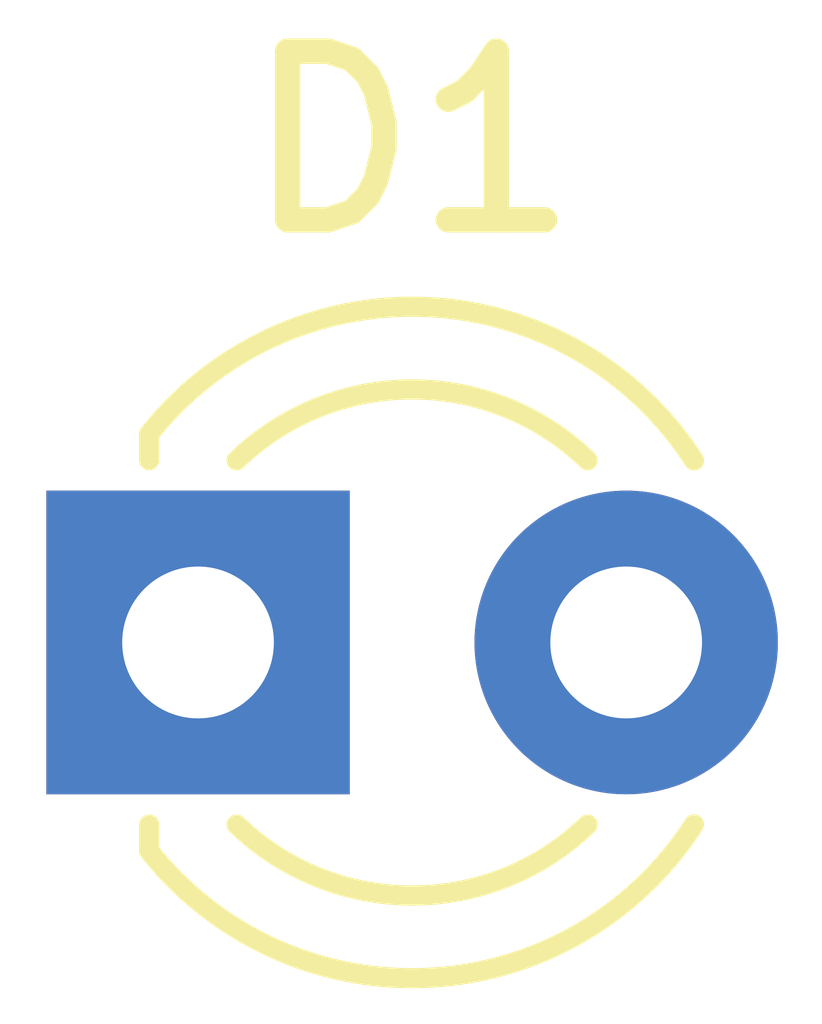
<source format=kicad_pcb>
(kicad_pcb (version 20171130) (host pcbnew "(5.1.9-0-10_14)")

  (general
    (thickness 1.6)
    (drawings 0)
    (tracks 0)
    (zones 0)
    (modules 1)
    (nets 3)
  )

  (page A4)
  (layers
    (0 F.Cu signal)
    (31 B.Cu signal)
    (32 B.Adhes user)
    (33 F.Adhes user)
    (34 B.Paste user)
    (35 F.Paste user)
    (36 B.SilkS user)
    (37 F.SilkS user)
    (38 B.Mask user)
    (39 F.Mask user)
    (40 Dwgs.User user)
    (41 Cmts.User user)
    (42 Eco1.User user)
    (43 Eco2.User user)
    (44 Edge.Cuts user)
    (45 Margin user)
    (46 B.CrtYd user hide)
    (47 F.CrtYd user hide)
    (48 B.Fab user hide)
    (49 F.Fab user hide)
  )

  (setup
    (last_trace_width 0.1524)
    (user_trace_width 0.1524)
    (user_trace_width 0.254)
    (user_trace_width 0.4064)
    (user_trace_width 0.635)
    (trace_clearance 0.1524)
    (zone_clearance 0.508)
    (zone_45_only no)
    (trace_min 0.1524)
    (via_size 0.6858)
    (via_drill 0.3048)
    (via_min_size 0.6858)
    (via_min_drill 0.3048)
    (uvia_size 0.3048)
    (uvia_drill 0.1524)
    (uvias_allowed no)
    (uvia_min_size 0.2)
    (uvia_min_drill 0.1)
    (edge_width 0.15)
    (segment_width 0.15)
    (pcb_text_width 0.3)
    (pcb_text_size 1.5 1.5)
    (mod_edge_width 0.15)
    (mod_text_size 1 1)
    (mod_text_width 0.15)
    (pad_size 1.524 1.524)
    (pad_drill 0.762)
    (pad_to_mask_clearance 0.2)
    (aux_axis_origin 0 0)
    (visible_elements FFFFFF7F)
    (pcbplotparams
      (layerselection 0x010fc_ffffffff)
      (usegerberextensions false)
      (usegerberattributes false)
      (usegerberadvancedattributes false)
      (creategerberjobfile false)
      (excludeedgelayer true)
      (linewidth 0.100000)
      (plotframeref false)
      (viasonmask false)
      (mode 1)
      (useauxorigin false)
      (hpglpennumber 1)
      (hpglpenspeed 20)
      (hpglpendiameter 15.000000)
      (psnegative false)
      (psa4output false)
      (plotreference true)
      (plotvalue true)
      (plotinvisibletext false)
      (padsonsilk false)
      (subtractmaskfromsilk false)
      (outputformat 1)
      (mirror false)
      (drillshape 1)
      (scaleselection 1)
      (outputdirectory ""))
  )

  (net 0 "")
  (net 1 GND)
  (net 2 Pin0)

  (net_class Default "This is the default net class."
    (clearance 0.1524)
    (trace_width 0.1524)
    (via_dia 0.6858)
    (via_drill 0.3048)
    (uvia_dia 0.3048)
    (uvia_drill 0.1524)
    (diff_pair_width 0.1524)
    (diff_pair_gap 0.1524)
    (add_net GND)
    (add_net Pin0)
  )

  (module LED_THT:LED_D3.0mm locked (layer F.Cu) (tedit 587A3A7B) (tstamp 608ACE48)
    (at -1.27 0)
    (descr "LED, diameter 3.0mm, 2 pins")
    (tags "LED diameter 3.0mm 2 pins")
    (path /5FD62DCA)
    (fp_text reference D1 (at 1.27 -2.96) (layer F.SilkS)
      (effects (font (size 1 1) (thickness 0.15)))
    )
    (fp_text value LED (at 1.27 2.96) (layer F.Fab)
      (effects (font (size 1 1) (thickness 0.15)))
    )
    (fp_circle (center 1.27 0) (end 2.77 0) (layer F.Fab) (width 0.1))
    (fp_line (start -0.23 -1.16619) (end -0.23 1.16619) (layer F.Fab) (width 0.1))
    (fp_line (start -0.29 -1.236) (end -0.29 -1.08) (layer F.SilkS) (width 0.12))
    (fp_line (start -0.29 1.08) (end -0.29 1.236) (layer F.SilkS) (width 0.12))
    (fp_line (start -1.15 -2.25) (end -1.15 2.25) (layer F.CrtYd) (width 0.05))
    (fp_line (start -1.15 2.25) (end 3.7 2.25) (layer F.CrtYd) (width 0.05))
    (fp_line (start 3.7 2.25) (end 3.7 -2.25) (layer F.CrtYd) (width 0.05))
    (fp_line (start 3.7 -2.25) (end -1.15 -2.25) (layer F.CrtYd) (width 0.05))
    (fp_arc (start 1.27 0) (end -0.23 -1.16619) (angle 284.3) (layer F.Fab) (width 0.1))
    (fp_arc (start 1.27 0) (end -0.29 -1.235516) (angle 108.8) (layer F.SilkS) (width 0.12))
    (fp_arc (start 1.27 0) (end -0.29 1.235516) (angle -108.8) (layer F.SilkS) (width 0.12))
    (fp_arc (start 1.27 0) (end 0.229039 -1.08) (angle 87.9) (layer F.SilkS) (width 0.12))
    (fp_arc (start 1.27 0) (end 0.229039 1.08) (angle -87.9) (layer F.SilkS) (width 0.12))
    (pad 1 thru_hole rect (at 0 0) (size 1.8 1.8) (drill 0.9) (layers *.Cu *.Mask)
      (net 1 GND))
    (pad 2 thru_hole circle (at 2.54 0) (size 1.8 1.8) (drill 0.9) (layers *.Cu *.Mask)
      (net 2 Pin0))
    (model ${KISYS3DMOD}/LED_THT.3dshapes/LED_D3.0mm.wrl
      (at (xyz 0 0 0))
      (scale (xyz 1 1 1))
      (rotate (xyz 0 0 0))
    )
  )

)

</source>
